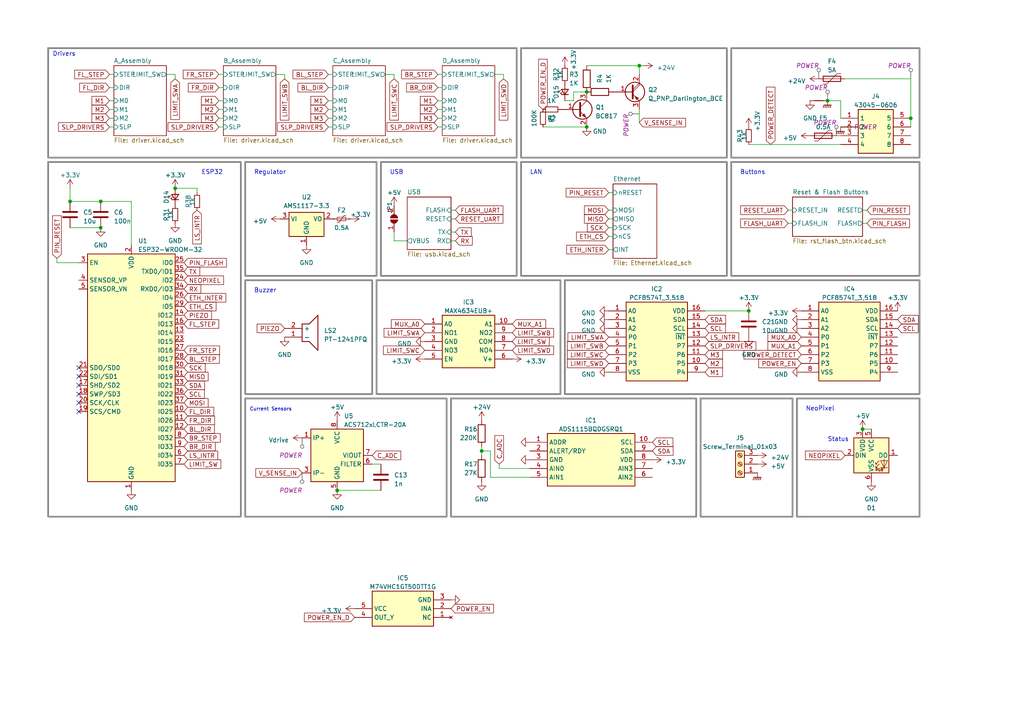
<source format=kicad_sch>
(kicad_sch (version 20230121) (generator eeschema)
  (paper "A4")
  (junction (at 97.79 142.24))
  (junction (at 50.8 54.61))
  (junction (at 170.18 36.83))
  (junction (at 29.21 58.42))
  (junction (at 250.19 124.46))
  (junction (at 264.16 34.29))
  (junction (at 217.17 90.17))
  (junction (at 139.7 130.81))
  (junction (at 185.42 19.05))
  (junction (at 240.03 29.21))
  (junction (at 20.32 58.42))
  (junction (at 29.21 66.04))
  (junction (at 170.18 26.67))
  (no_connect (at 22.86 106.68))
  (no_connect (at 22.86 116.84))
  (no_connect (at 22.86 114.3))
  (no_connect (at 22.86 119.38))
  (no_connect (at 22.86 109.22))
  (no_connect (at 22.86 111.76))
  (wire (pts (xy 31.75 31.75) (xy 33.02 31.75)))
  (wire (pts (xy 228.6 64.77) (xy 229.87 64.77)))
  (wire (pts (xy 20.32 58.42) (xy 29.21 58.42)))
  (wire (pts (xy 95.25 29.21) (xy 96.52 29.21)))
  (wire (pts (xy 63.5 25.4) (xy 64.77 25.4)))
  (wire (pts (xy 114.3 67.31) (xy 114.3 69.85)))
  (wire (pts (xy 38.1 58.42) (xy 38.1 71.12)))
  (wire (pts (xy 170.18 19.05) (xy 185.42 19.05)))
  (wire (pts (xy 63.5 31.75) (xy 64.77 31.75)))
  (wire (pts (xy 95.25 34.29) (xy 96.52 34.29)))
  (wire (pts (xy 82.55 21.59) (xy 80.01 21.59)))
  (wire (pts (xy 127 36.83) (xy 128.27 36.83)))
  (wire (pts (xy 107.95 134.62) (xy 110.49 134.62)))
  (wire (pts (xy 144.78 135.89) (xy 153.67 135.89)))
  (wire (pts (xy 245.11 22.86) (xy 264.16 22.86)))
  (wire (pts (xy 50.8 22.86) (xy 50.8 21.59)))
  (wire (pts (xy 50.8 21.59) (xy 48.26 21.59)))
  (wire (pts (xy 176.53 55.88) (xy 177.8 55.88)))
  (wire (pts (xy 153.67 138.43) (xy 142.24 138.43)))
  (wire (pts (xy 264.16 34.29) (xy 264.16 36.83)))
  (wire (pts (xy 228.6 60.96) (xy 229.87 60.96)))
  (wire (pts (xy 63.5 29.21) (xy 64.77 29.21)))
  (wire (pts (xy 243.84 29.21) (xy 243.84 34.29)))
  (wire (pts (xy 95.25 25.4) (xy 96.52 25.4)))
  (wire (pts (xy 163.83 29.21) (xy 166.37 29.21)))
  (wire (pts (xy 142.24 130.81) (xy 139.7 130.81)))
  (wire (pts (xy 144.78 134.62) (xy 144.78 135.89)))
  (wire (pts (xy 31.75 29.21) (xy 33.02 29.21)))
  (wire (pts (xy 127 25.4) (xy 128.27 25.4)))
  (wire (pts (xy 204.47 90.17) (xy 217.17 90.17)))
  (wire (pts (xy 63.5 34.29) (xy 64.77 34.29)))
  (wire (pts (xy 146.05 21.59) (xy 143.51 21.59)))
  (wire (pts (xy 185.42 31.75) (xy 185.42 35.56)))
  (wire (pts (xy 130.81 67.31) (xy 132.08 67.31)))
  (wire (pts (xy 127 29.21) (xy 128.27 29.21)))
  (wire (pts (xy 139.7 129.54) (xy 139.7 130.81)))
  (wire (pts (xy 176.53 63.5) (xy 177.8 63.5)))
  (wire (pts (xy 130.81 69.85) (xy 132.08 69.85)))
  (wire (pts (xy 57.15 55.88) (xy 57.15 54.61)))
  (wire (pts (xy 185.42 19.05) (xy 186.69 19.05)))
  (wire (pts (xy 114.3 22.86) (xy 114.3 21.59)))
  (wire (pts (xy 166.37 26.67) (xy 170.18 26.67)))
  (wire (pts (xy 185.42 19.05) (xy 185.42 21.59)))
  (wire (pts (xy 176.53 60.96) (xy 177.8 60.96)))
  (wire (pts (xy 20.32 54.61) (xy 20.32 58.42)))
  (wire (pts (xy 130.81 60.96) (xy 132.08 60.96)))
  (wire (pts (xy 114.3 21.59) (xy 111.76 21.59)))
  (wire (pts (xy 127 31.75) (xy 128.27 31.75)))
  (wire (pts (xy 16.51 74.93) (xy 16.51 76.2)))
  (wire (pts (xy 130.81 63.5) (xy 132.08 63.5)))
  (wire (pts (xy 31.75 25.4) (xy 33.02 25.4)))
  (wire (pts (xy 264.16 22.86) (xy 264.16 34.29)))
  (wire (pts (xy 176.53 68.58) (xy 177.8 68.58)))
  (wire (pts (xy 250.19 60.96) (xy 251.46 60.96)))
  (wire (pts (xy 217.17 41.91) (xy 243.84 41.91)))
  (wire (pts (xy 243.84 29.21) (xy 240.03 29.21)))
  (wire (pts (xy 114.3 69.85) (xy 118.11 69.85)))
  (wire (pts (xy 95.25 21.59) (xy 96.52 21.59)))
  (wire (pts (xy 127 21.59) (xy 128.27 21.59)))
  (wire (pts (xy 20.32 66.04) (xy 29.21 66.04)))
  (wire (pts (xy 57.15 54.61) (xy 50.8 54.61)))
  (wire (pts (xy 31.75 36.83) (xy 33.02 36.83)))
  (wire (pts (xy 127 34.29) (xy 128.27 34.29)))
  (wire (pts (xy 82.55 22.86) (xy 82.55 21.59)))
  (wire (pts (xy 31.75 34.29) (xy 33.02 34.29)))
  (wire (pts (xy 250.19 124.46) (xy 252.73 124.46)))
  (wire (pts (xy 176.53 66.04) (xy 177.8 66.04)))
  (wire (pts (xy 139.7 130.81) (xy 139.7 132.08)))
  (wire (pts (xy 250.19 64.77) (xy 251.46 64.77)))
  (wire (pts (xy 146.05 21.59) (xy 146.05 22.86)))
  (wire (pts (xy 242.57 39.37) (xy 243.84 39.37)))
  (wire (pts (xy 142.24 138.43) (xy 142.24 130.81)))
  (wire (pts (xy 176.53 72.39) (xy 177.8 72.39)))
  (wire (pts (xy 166.37 29.21) (xy 166.37 26.67)))
  (wire (pts (xy 95.25 36.83) (xy 96.52 36.83)))
  (wire (pts (xy 97.79 142.24) (xy 110.49 142.24)))
  (wire (pts (xy 63.5 36.83) (xy 64.77 36.83)))
  (wire (pts (xy 157.48 36.83) (xy 170.18 36.83)))
  (wire (pts (xy 16.51 76.2) (xy 22.86 76.2)))
  (wire (pts (xy 29.21 58.42) (xy 38.1 58.42)))
  (wire (pts (xy 31.75 21.59) (xy 33.02 21.59)))
  (wire (pts (xy 95.25 31.75) (xy 96.52 31.75)))
  (wire (pts (xy 63.5 21.59) (xy 64.77 21.59)))
  (rectangle (start 110.49 46.99) (end 149.86 80.01) (stroke (width 0.5) (color 132 132 132 1)))
  (rectangle (start 130.81 115.57) (end 201.93 149.86) (stroke (width 0.5) (color 132 132 132 1)))
  (rectangle (start 151.13 46.99) (end 210.82 80.01) (stroke (width 0.5) (color 132 132 132 1)))
  (rectangle (start 71.12 115.57) (end 129.54 149.86) (stroke (width 0.5) (color 132 132 132 1)))
  (rectangle (start 151.13 13.97) (end 210.82 45.72) (stroke (width 0.5) (color 132 132 132 1)))
  (rectangle (start 13.97 13.97) (end 149.86 45.72) (stroke (width 0.5) (color 132 132 132 1)))
  (rectangle (start 109.22 81.28) (end 162.56 114.3) (stroke (width 0.5) (color 132 132 132 1)))
  (rectangle (start 71.12 81.28) (end 107.95 114.3) (stroke (width 0.5) (color 132 132 132 1)))
  (rectangle (start 163.83 81.28) (end 266.7 114.3) (stroke (width 0.5) (color 132 132 132 1)))
  (rectangle (start 13.97 46.99) (end 69.85 149.86) (stroke (width 0.5) (color 132 132 132 1)))
  (rectangle (start 212.09 13.97) (end 266.7 45.72) (stroke (width 0.5) (color 132 132 132 1)))
  (rectangle (start 212.09 46.99) (end 266.7 80.01) (stroke (width 0.5) (color 132 132 132 1)))
  (rectangle (start 203.2 115.57) (end 229.87 149.86) (stroke (width 0.5) (color 132 132 132 1)))
  (rectangle (start 231.14 115.57) (end 266.7 149.86) (stroke (width 0.5) (color 132 132 132 1)))
  (rectangle (start 71.12 46.99) (end 109.22 80.01) (stroke (width 0.5) (color 132 132 132 1)))
  (text "NeoPixel" (at 233.68 119.38 0) (effects (font (size 1.27 1.27)) (justify left bottom)))
  (text "Drivers" (at 15.24 16.51 0) (effects (font (size 1.27 1.27)) (justify left bottom)))
  (text "Buttons" (at 214.63 50.8 0) (effects (font (size 1.27 1.27)) (justify left bottom)))
  (text "Current Sensors" (at 72.39 119.38 0) (effects (font (size 1 1)) (justify left bottom)))
  (text "ESP32" (at 58.42 50.8 0) (effects (font (size 1.27 1.27)) (justify left bottom)))
  (text "Buzzer" (at 73.66 85.09 0) (effects (font (size 1.27 1.27)) (justify left bottom)))
  (text "Regulator" (at 73.66 50.8 0) (effects (font (size 1.27 1.27)) (justify left bottom)))
  (text "Status" (at 240.03 128.27 0) (effects (font (size 1.27 1.27)) (justify left bottom)))
  (text "LAN" (at 153.67 50.8 0) (effects (font (size 1.27 1.27)) (justify left bottom)))
  (text "USB" (at 113.03 50.8 0) (effects (font (size 1.27 1.27)) (justify left bottom)))
  (global_label "M3" (shape input) (at 95.25 34.29 180) (property "Intersheetrefs" "${INTERSHEET_REFS}" (effects hide)))
  (global_label "SDA" (shape input) (at 189.23 130.81 0) (property "Intersheetrefs" "${INTERSHEET_REFS}" (effects hide)))
  (global_label "M1" (shape input) (at 63.5 29.21 180) (property "Intersheetrefs" "${INTERSHEET_REFS}" (effects hide)))
  (global_label "MISO" (shape input) (at 176.53 63.5 180) (property "Intersheetrefs" "${INTERSHEET_REFS}" (effects hide)))
  (global_label "PIN_RESET" (shape input) (at 251.46 60.96 0) (property "Intersheetrefs" "${INTERSHEET_REFS}" (effects hide)))
  (global_label "ETH_INTER" (shape input) (at 176.53 72.39 180) (property "Intersheetrefs" "${INTERSHEET_REFS}" (effects hide)))
  (global_label "POWER_EN" (shape input) (at 232.41 105.41 180) (property "Intersheetrefs" "${INTERSHEET_REFS}" (effects hide)))
  (global_label "LIMIT_SWA" (shape input) (at 50.8 22.86 270) (property "Intersheetrefs" "${INTERSHEET_REFS}" (effects hide)))
  (global_label "POWER_DETECT" (shape input) (at 223.52 41.91 90) (property "Intersheetrefs" "${INTERSHEET_REFS}" (effects hide)))
  (global_label "BL_DIR" (shape input) (at 95.25 25.4 180) (property "Intersheetrefs" "${INTERSHEET_REFS}" (effects hide)))
  (global_label "FL_DIR" (shape input) (at 53.34 119.38 0) (property "Intersheetrefs" "${INTERSHEET_REFS}" (effects hide)))
  (global_label "M2" (shape input) (at 31.75 31.75 180) (property "Intersheetrefs" "${INTERSHEET_REFS}" (effects hide)))
  (global_label "BL_STEP" (shape input) (at 53.34 104.14 0) (property "Intersheetrefs" "${INTERSHEET_REFS}" (effects hide)))
  (global_label "BL_STEP" (shape input) (at 95.25 21.59 180) (property "Intersheetrefs" "${INTERSHEET_REFS}" (effects hide)))
  (global_label "LIMIT_SWB" (shape input) (at 176.53 100.33 180) (property "Intersheetrefs" "${INTERSHEET_REFS}" (effects hide)))
  (global_label "M1" (shape input) (at 95.25 29.21 180) (property "Intersheetrefs" "${INTERSHEET_REFS}" (effects hide)))
  (global_label "SCL" (shape input) (at 204.47 95.25 0) (property "Intersheetrefs" "${INTERSHEET_REFS}" (effects hide)))
  (global_label "BR_DIR" (shape input) (at 127 25.4 180) (property "Intersheetrefs" "${INTERSHEET_REFS}" (effects hide)))
  (global_label "LS_INTR" (shape input) (at 204.47 97.79 0) (property "Intersheetrefs" "${INTERSHEET_REFS}" (effects hide)))
  (global_label "M2" (shape input) (at 63.5 31.75 180) (property "Intersheetrefs" "${INTERSHEET_REFS}" (effects hide)))
  (global_label "M3" (shape input) (at 127 34.29 180) (property "Intersheetrefs" "${INTERSHEET_REFS}" (effects hide)))
  (global_label "FR_DIR" (shape input) (at 63.5 25.4 180) (property "Intersheetrefs" "${INTERSHEET_REFS}" (effects hide)))
  (global_label "BL_DIR" (shape input) (at 53.34 124.46 0) (property "Intersheetrefs" "${INTERSHEET_REFS}" (effects hide)))
  (global_label "M3" (shape input) (at 63.5 34.29 180) (property "Intersheetrefs" "${INTERSHEET_REFS}" (effects hide)))
  (global_label "PIEZO" (shape input) (at 53.34 91.44 0) (property "Intersheetrefs" "${INTERSHEET_REFS}" (effects hide)))
  (global_label "SLP_DRIVERS" (shape input) (at 31.75 36.83 180) (property "Intersheetrefs" "${INTERSHEET_REFS}" (effects hide)))
  (global_label "LS_INTR" (shape input) (at 53.34 132.08 0) (property "Intersheetrefs" "${INTERSHEET_REFS}" (effects hide)))
  (global_label "RESET_UART" (shape input) (at 228.6 60.96 180) (property "Intersheetrefs" "${INTERSHEET_REFS}" (effects hide)))
  (global_label "ETH_INTER" (shape input) (at 53.34 86.36 0) (property "Intersheetrefs" "${INTERSHEET_REFS}" (effects hide)))
  (global_label "C_ADC" (shape input) (at 144.78 134.62 90) (property "Intersheetrefs" "${INTERSHEET_REFS}" (effects hide)))
  (global_label "MUX_A1" (shape input) (at 148.59 93.98 0) (property "Intersheetrefs" "${INTERSHEET_REFS}" (effects hide)))
  (global_label "PIN_RESET" (shape input) (at 176.53 55.88 180) (property "Intersheetrefs" "${INTERSHEET_REFS}" (effects hide)))
  (global_label "LIMIT_SWA" (shape input) (at 176.53 97.79 180) (property "Intersheetrefs" "${INTERSHEET_REFS}" (effects hide)))
  (global_label "BR_STEP" (shape input) (at 127 21.59 180) (property "Intersheetrefs" "${INTERSHEET_REFS}" (effects hide)))
  (global_label "POWER_EN" (shape input) (at 130.81 176.53 0) (property "Intersheetrefs" "${INTERSHEET_REFS}" (effects hide)))
  (global_label "PIN_FLASH" (shape input) (at 53.34 76.2 0) (property "Intersheetrefs" "${INTERSHEET_REFS}" (effects hide)))
  (global_label "LIMIT_SW" (shape input) (at 53.34 134.62 0) (property "Intersheetrefs" "${INTERSHEET_REFS}" (effects hide)))
  (global_label "C_ADC" (shape input) (at 107.95 132.08 0) (property "Intersheetrefs" "${INTERSHEET_REFS}" (effects hide)))
  (global_label "FR_DIR" (shape input) (at 53.34 121.92 0) (property "Intersheetrefs" "${INTERSHEET_REFS}" (effects hide)))
  (global_label "MUX_A1" (shape input) (at 232.41 100.33 180) (property "Intersheetrefs" "${INTERSHEET_REFS}" (effects hide)))
  (global_label "LIMIT_SWD" (shape input) (at 176.53 105.41 180) (property "Intersheetrefs" "${INTERSHEET_REFS}" (effects hide)))
  (global_label "SCK" (shape input) (at 176.53 66.04 180) (property "Intersheetrefs" "${INTERSHEET_REFS}" (effects hide)))
  (global_label "M3" (shape input) (at 204.47 102.87 0) (property "Intersheetrefs" "${INTERSHEET_REFS}" (effects hide)))
  (global_label "BR_DIR" (shape input) (at 53.34 129.54 0) (property "Intersheetrefs" "${INTERSHEET_REFS}" (effects hide)))
  (global_label "FR_STEP" (shape input) (at 63.5 21.59 180) (property "Intersheetrefs" "${INTERSHEET_REFS}" (effects hide)))
  (global_label "LIMIT_SWB" (shape input) (at 82.55 22.86 270) (property "Intersheetrefs" "${INTERSHEET_REFS}" (effects hide)))
  (global_label "FLASH_UART" (shape input) (at 228.6 64.77 180) (property "Intersheetrefs" "${INTERSHEET_REFS}" (effects hide)))
  (global_label "RX" (shape input) (at 53.34 83.82 0) (property "Intersheetrefs" "${INTERSHEET_REFS}" (effects hide)))
  (global_label "SDA" (shape input) (at 53.34 111.76 0) (property "Intersheetrefs" "${INTERSHEET_REFS}" (effects hide)))
  (global_label "FL_STEP" (shape input) (at 31.75 21.59 180) (property "Intersheetrefs" "${INTERSHEET_REFS}" (effects hide)))
  (global_label "RX" (shape input) (at 132.08 69.85 0) (property "Intersheetrefs" "${INTERSHEET_REFS}" (effects hide)))
  (global_label "ETH_CS" (shape input) (at 176.53 68.58 180) (property "Intersheetrefs" "${INTERSHEET_REFS}" (effects hide)))
  (global_label "M1" (shape input) (at 127 29.21 180) (property "Intersheetrefs" "${INTERSHEET_REFS}" (effects hide)))
  (global_label "FL_STEP" (shape input) (at 53.34 93.98 0) (property "Intersheetrefs" "${INTERSHEET_REFS}" (effects hide)))
  (global_label "MISO" (shape input) (at 53.34 109.22 0) (property "Intersheetrefs" "${INTERSHEET_REFS}" (effects hide)))
  (global_label "BR_STEP" (shape input) (at 53.34 127 0) (property "Intersheetrefs" "${INTERSHEET_REFS}" (effects hide)))
  (global_label "TX" (shape input) (at 53.34 78.74 0) (property "Intersheetrefs" "${INTERSHEET_REFS}" (effects hide)))
  (global_label "FL_DIR" (shape input) (at 31.75 25.4 180) (property "Intersheetrefs" "${INTERSHEET_REFS}" (effects hide)))
  (global_label "FR_STEP" (shape input) (at 53.34 101.6 0) (property "Intersheetrefs" "${INTERSHEET_REFS}" (effects hide)))
  (global_label "LIMIT_SWD" (shape input) (at 148.59 101.6 0) (property "Intersheetrefs" "${INTERSHEET_REFS}" (effects hide)))
  (global_label "LIMIT_SWA" (shape input) (at 123.19 96.52 180) (property "Intersheetrefs" "${INTERSHEET_REFS}" (effects hide)))
  (global_label "LIMIT_SW" (shape input) (at 148.59 99.06 0) (property "Intersheetrefs" "${INTERSHEET_REFS}" (effects hide)))
  (global_label "NEOPIXEL" (shape input) (at 245.11 132.08 180) (property "Intersheetrefs" "${INTERSHEET_REFS}" (effects hide)))
  (global_label "MOSI" (shape input) (at 53.34 116.84 0) (property "Intersheetrefs" "${INTERSHEET_REFS}" (effects hide)))
  (global_label "PIEZO" (shape input) (at 82.55 95.25 180) (property "Intersheetrefs" "${INTERSHEET_REFS}" (effects hide)))
  (global_label "PIN_RESET" (shape input) (at 16.51 74.93 90) (property "Intersheetrefs" "${INTERSHEET_REFS}" (effects hide)))
  (global_label "SCL" (shape input) (at 260.35 95.25 0) (property "Intersheetrefs" "${INTERSHEET_REFS}" (effects hide)))
  (global_label "LIMIT_SWC" (shape input) (at 176.53 102.87 180) (property "Intersheetrefs" "${INTERSHEET_REFS}" (effects hide)))
  (global_label "NEOPIXEL" (shape input) (at 53.34 81.28 0) (property "Intersheetrefs" "${INTERSHEET_REFS}" (effects hide)))
  (global_label "POWER_EN_D" (shape input) (at 157.48 31.75 90) (property "Intersheetrefs" "${INTERSHEET_REFS}" (effects hide)))
  (global_label "SLP_DRIVERS" (shape input) (at 204.47 100.33 0) (property "Intersheetrefs" "${INTERSHEET_REFS}" (effects hide)))
  (global_label "LIMIT_SWD" (shape input) (at 146.05 22.86 270) (property "Intersheetrefs" "${INTERSHEET_REFS}" (effects hide)))
  (global_label "M1" (shape input) (at 204.47 107.95 0) (property "Intersheetrefs" "${INTERSHEET_REFS}" (effects hide)))
  (global_label "SLP_DRIVERS" (shape input) (at 95.25 36.83 180) (property "Intersheetrefs" "${INTERSHEET_REFS}" (effects hide)))
  (global_label "FLASH_UART" (shape input) (at 132.08 60.96 0) (property "Intersheetrefs" "${INTERSHEET_REFS}" (effects hide)))
  (global_label "LIMIT_SWB" (shape input) (at 148.59 96.52 0) (property "Intersheetrefs" "${INTERSHEET_REFS}" (effects hide)))
  (global_label "RESET_UART" (shape input) (at 132.08 63.5 0) (property "Intersheetrefs" "${INTERSHEET_REFS}" (effects hide)))
  (global_label "V_SENSE_IN" (shape input) (at 87.63 137.16 180) (property "Intersheetrefs" "${INTERSHEET_REFS}" (effects hide)))
  (global_label "V_SENSE_IN" (shape input) (at 185.42 35.56 0) (property "Intersheetrefs" "${INTERSHEET_REFS}" (effects hide)))
  (global_label "SCL" (shape input) (at 53.34 114.3 0) (property "Intersheetrefs" "${INTERSHEET_REFS}" (effects hide)))
  (global_label "LIMIT_SWC" (shape input) (at 114.3 22.86 270) (property "Intersheetrefs" "${INTERSHEET_REFS}" (effects hide)))
  (global_label "MUX_A0" (shape input) (at 232.41 97.79 180) (property "Intersheetrefs" "${INTERSHEET_REFS}" (effects hide)))
  (global_label "M2" (shape input) (at 204.47 105.41 0) (property "Intersheetrefs" "${INTERSHEET_REFS}" (effects hide)))
  (global_label "M2" (shape input) (at 127 31.75 180) (property "Intersheetrefs" "${INTERSHEET_REFS}" (effects hide)))
  (global_label "PIN_FLASH" (shape input) (at 251.46 64.77 0) (property "Intersheetrefs" "${INTERSHEET_REFS}" (effects hide)))
  (global_label "MUX_A0" (shape input) (at 123.19 93.98 180) (property "Intersheetrefs" "${INTERSHEET_REFS}" (effects hide)))
  (global_label "SLP_DRIVERS" (shape input) (at 127 36.83 180) (property "Intersheetrefs" "${INTERSHEET_REFS}" (effects hide)))
  (global_label "LIMIT_SWC" (shape input) (at 123.19 101.6 180) (property "Intersheetrefs" "${INTERSHEET_REFS}" (effects hide)))
  (global_label "LS_INTR" (shape input) (at 57.15 60.96 270) (property "Intersheetrefs" "${INTERSHEET_REFS}" (effects hide)))
  (global_label "POWER_DETECT" (shape input) (at 232.41 102.87 180) (property "Intersheetrefs" "${INTERSHEET_REFS}" (effects hide)))
  (global_label "M1" (shape input) (at 31.75 29.21 180) (property "Intersheetrefs" "${INTERSHEET_REFS}" (effects hide)))
  (global_label "SDA" (shape input) (at 204.47 92.71 0) (property "Intersheetrefs" "${INTERSHEET_REFS}" (effects hide)))
  (global_label "POWER_EN_D" (shape input) (at 102.87 179.07 180) (property "Intersheetrefs" "${INTERSHEET_REFS}" (effects hide)))
  (global_label "M2" (shape input) (at 95.25 31.75 180) (property "Intersheetrefs" "${INTERSHEET_REFS}" (effects hide)))
  (global_label "SLP_DRIVERS" (shape input) (at 63.5 36.83 180) (property "Intersheetrefs" "${INTERSHEET_REFS}" (effects hide)))
  (global_label "SDA" (shape input) (at 260.35 92.71 0) (property "Intersheetrefs" "${INTERSHEET_REFS}" (effects hide)))
  (global_label "TX" (shape input) (at 132.08 67.31 0) (property "Intersheetrefs" "${INTERSHEET_REFS}" (effects hide)))
  (global_label "SCK" (shape input) (at 53.34 106.68 0) (property "Intersheetrefs" "${INTERSHEET_REFS}" (effects hide)))
  (global_label "M3" (shape input) (at 31.75 34.29 180) (property "Intersheetrefs" "${INTERSHEET_REFS}" (effects hide)))
  (global_label "SCL" (shape input) (at 189.23 128.27 0) (property "Intersheetrefs" "${INTERSHEET_REFS}" (effects hide)))
  (global_label "MOSI" (shape input) (at 176.53 60.96 180) (property "Intersheetrefs" "${INTERSHEET_REFS}" (effects hide)))
  (global_label "ETH_CS" (shape input) (at 53.34 88.9 0) (property "Intersheetrefs" "${INTERSHEET_REFS}" (effects hide)))
  (netclass_flag "" (length 2.54) (shape round) (at 242.57 39.37 0) (property "Netclass" "POWER" (at 242.57 35.56 0) (effects (font italic) (justify right))))
  (netclass_flag "" (length 2.54) (shape round) (at 87.63 127 180) (property "Netclass" "POWER" (at 87.63 132.08 0) (effects (font italic) (justify right))))
  (netclass_flag "" (length 2.54) (shape round) (at 87.63 137.16 180) (property "Netclass" "POWER" (at 87.63 142.24 0) (effects (font italic) (justify right))))
  (netclass_flag "" (length 2.54) (shape round) (at 243.84 36.83 270) (property "Netclass" "POWER" (at 247.65 36.83 0) (effects (font italic) (justify left))))
  (netclass_flag "" (length 2.54) (shape round) (at 185.42 33.02 90) (property "Netclass" "POWER" (at 181.61 33.02 90) (effects (font italic) (justify right))))
  (netclass_flag "" (length 2.54) (shape round) (at 240.03 29.21 0) (property "Netclass" "POWER" (at 240.03 25.4 0) (effects (font italic) (justify right))))
  (netclass_flag "" (length 2.54) (shape round) (at 237.49 22.86 0) (property "Netclass" "POWER" (at 237.49 19.05 0) (effects (font italic) (justify right))))
  (netclass_flag "" (length 2.54) (shape round) (at 264.16 22.86 0) (property "Netclass" "POWER" (at 264.16 19.05 0) (effects (font italic) (justify right))))
  (symbol (lib_id "power:+3.3V") (at 232.41 90.17 90) (unit 1)
    (property "Reference" "#PWR0126" (effects hide))
    (property "Value" "+3.3V" (at 228.6 90.805 90) (effects (justify left)))
  )
  (symbol (lib_id "Jumper:SolderJumper_2_Open") (at 114.3 63.5 90) (unit 1)
    (property "Reference" "JP1" (at 113.03 58.42 0) (effects (justify right)))
    (property "Value" "SolderJumper_2_Open" (effects hide))
    (property "Footprint" "Jumper:SolderJumper-2_P1.3mm_Open_Pad1.0x1.5mm" (effects hide))
  )
  (symbol (lib_id "power:+24V") (at 186.69 19.05 270) (unit 1)
    (property "Reference" "#PWR026" (effects hide))
    (property "Value" "+24V" (at 190.5 19.685 90) (effects (justify left)))
  )
  (symbol (lib_id "power:+3.3V") (at 123.19 104.14 90) (unit 1)
    (property "Reference" "#PWR0125" (effects hide))
    (property "Value" "+3.3V" (at 119.38 104.775 90) (effects (justify left)))
  )
  (symbol (lib_id "Device:C") (at 20.32 62.23 0) (unit 1)
    (property "Reference" "C5" (at 24.13 61.595 0) (effects (justify left)))
    (property "Value" "10u" (at 24.13 64.135 0) (effects (justify left)))
    (property "Footprint" "Capacitor_SMD:C_0805_2012Metric_Pad1.18x1.45mm_HandSolder" (effects hide))
  )
  (symbol (lib_id "power:+3.3V") (at 101.6 63.5 270) (unit 1)
    (property "Reference" "#PWR032" (effects hide))
    (property "Value" "+3.3V" (at 101.6 62.23 90) (effects (justify left)))
  )
  (symbol (lib_id "power:GND") (at 82.55 97.79 0) (unit 1)
    (property "Reference" "#PWR067" (effects hide))
    (property "Value" "GND" (at 82.55 102.87 0))
  )
  (symbol (lib_id "SamacSys_Parts:PT-1241PFQ") (at 82.55 95.25 0) (unit 1)
    (property "Reference" "LS2" (at 93.98 95.885 0) (effects (justify left)))
    (property "Value" "PT-1241PFQ" (at 93.98 98.425 0) (effects (justify left)))
    (property "Footprint" "SamacSys_Parts:PT1241PFQ" (effects hide))
    (property "Datasheet" "https://componentsearchengine.com/Datasheets/1/PT-1241PFQ.pdf" (effects hide))
    (property "Height" "6.2" (effects hide))
    (property "Mouser Part Number" "539-PT-1241PFQ" (effects hide))
    (property "Mouser Price/Stock" "https://www.mouser.co.uk/ProductDetail/Mallory-Sonalert/PT-1241PFQ?qs=SXHtpsd1MbZK3moZP%252BuqlA%3D%3D" (effects hide))
    (property "Manufacturer_Name" "Mallory Sonalert" (effects hide))
    (property "Manufacturer_Part_Number" "PT-1241PFQ" (effects hide))
  )
  (symbol (lib_id "power:GNDPWR") (at 240.03 29.21 0) (unit 1)
    (property "Reference" "#PWR029" (effects hide))
    (property "Value" "GNDPWR" (effects hide))
  )
  (symbol (lib_id "power:GND") (at 123.19 99.06 270) (unit 1)
    (property "Reference" "#PWR0123" (effects hide))
    (property "Value" "GND" (at 119.38 99.695 90) (effects (justify right)))
  )
  (symbol (lib_id "Device:C") (at 110.49 138.43 0) (unit 1)
    (property "Reference" "C13" (at 114.3 137.795 0) (effects (justify left)))
    (property "Value" "1n" (at 114.3 140.335 0) (effects (justify left)))
    (property "Footprint" "Capacitor_SMD:C_0805_2012Metric_Pad1.18x1.45mm_HandSolder" (effects hide))
  )
  (symbol (lib_id "SamacSys_Parts:ADS1115BQDGSRQ1") (at 153.67 128.27 0) (unit 1)
    (property "Reference" "IC1" (at 171.45 121.92 0))
    (property "Value" "ADS1115BQDGSRQ1" (at 171.45 124.46 0))
    (property "Footprint" "SamacSys_Parts:SOP50P490X110-10N" (effects hide))
    (property "Datasheet" "http://www.ti.com/lit/gpn/ads1115-q1" (effects hide))
    (property "Height" "1.1" (effects hide))
    (property "Mouser Part Number" "595-ADS1115BQDGSRQ1" (effects hide))
    (property "Mouser Price/Stock" "https://www.mouser.co.uk/ProductDetail/Texas-Instruments/ADS1115BQDGSRQ1?qs=34RfhUjJmKdvyLrkbnfjHA%3D%3D" (effects hide))
    (property "Manufacturer_Name" "Texas Instruments" (effects hide))
    (property "Manufacturer_Part_Number" "ADS1115BQDGSRQ1" (effects hide))
  )
  (symbol (lib_id "power:+3.3V") (at 163.83 19.05 0) (unit 1)
    (property "Reference" "#PWR0100" (effects hide))
    (property "Value" "+3.3V" (at 166.37 20.32 90) (effects (justify left)))
  )
  (symbol (lib_id "power:GND") (at 38.1 142.24 0) (unit 1)
    (property "Reference" "#PWR023" (effects hide))
    (property "Value" "GND" (at 38.1 147.32 0))
  )
  (symbol (lib_id "Device:R") (at 170.18 22.86 0) (unit 1)
    (property "Reference" "R3" (at 165.1 21.59 0) (effects (justify left)))
    (property "Value" "1K" (at 165.1 24.13 0) (effects (justify left)))
    (property "Footprint" "Resistor_SMD:R_0805_2012Metric_Pad1.20x1.40mm_HandSolder" (effects hide))
  )
  (symbol (lib_id "power:GND") (at 234.95 29.21 0) (unit 1)
    (property "Reference" "#PWR027" (effects hide))
    (property "Value" "GND" (at 234.95 34.29 0))
  )
  (symbol (lib_id "Device:R_Small") (at 160.02 31.75 90) (unit 1)
    (property "Reference" "R2" (at 160.02 34.29 90))
    (property "Value" "1K" (at 160.02 29.21 90))
    (property "Footprint" "Resistor_SMD:R_0805_2012Metric_Pad1.20x1.40mm_HandSolder" (effects hide))
  )
  (symbol (lib_id "power:GND") (at 50.8 64.77 0) (unit 1)
    (property "Reference" "#PWR099" (effects hide))
    (property "Value" "GND" (at 50.8 69.85 0))
  )
  (symbol (lib_id "Device:R_Small") (at 57.15 58.42 0) (unit 1)
    (property "Reference" "R38" (at 54.61 58.42 90))
    (property "Value" "1K" (at 55.88 58.42 90))
    (property "Footprint" "Resistor_SMD:R_0805_2012Metric_Pad1.20x1.40mm_HandSolder" (effects hide))
  )
  (symbol (lib_id "SamacSys_Parts:M74VHC1GT50DTT1G") (at 130.81 179.07 180) (unit 1)
    (property "Reference" "IC5" (at 116.84 167.64 0))
    (property "Value" "M74VHC1GT50DTT1G" (at 116.84 170.18 0))
    (property "Footprint" "SamacSys_Parts:SOT95P275X110-5N" (effects hide))
    (property "Datasheet" "https://datasheet.datasheetarchive.com/originals/distributors/Datasheets-23/DSA-450160.pdf" (effects hide))
    (property "Height" "1.1" (effects hide))
    (property "Mouser Part Number" "863-M74VHC1GT50DTT1G" (effects hide))
    (property "Mouser Price/Stock" "https://www.mouser.co.uk/ProductDetail/onsemi/M74VHC1GT50DTT1G?qs=3JMERSakeboVvTHAEtAJPA%3D%3D" (effects hide))
    (property "Manufacturer_Name" "onsemi" (effects hide))
    (property "Manufacturer_Part_Number" "M74VHC1GT50DTT1G" (effects hide))
  )
  (symbol (lib_id "power:GND") (at 176.53 90.17 270) (unit 1)
    (property "Reference" "#PWR093" (effects hide))
    (property "Value" "GND" (at 172.72 90.805 90) (effects (justify right)))
  )
  (symbol (lib_id "power:GND") (at 176.53 92.71 270) (unit 1)
    (property "Reference" "#PWR092" (effects hide))
    (property "Value" "GND" (at 172.72 93.345 90) (effects (justify right)))
  )
  (symbol (lib_id "Device:Polyfuse") (at 238.76 39.37 90) (unit 1)
    (property "Reference" "F5" (at 238.76 34.29 90))
    (property "Value" "0.5A" (at 238.76 36.83 90))
    (property "Footprint" "Fuse:Fuse_2512_6332Metric_Pad1.52x3.35mm_HandSolder" (effects hide))
  )
  (symbol (lib_id "power:GND") (at 88.9 71.12 0) (unit 1)
    (property "Reference" "#PWR031" (effects hide))
    (property "Value" "GND" (at 88.9 76.2 0))
  )
  (symbol (lib_id "power:GND") (at 217.17 97.79 0) (unit 1)
    (property "Reference" "#PWR090" (effects hide))
    (property "Value" "GND" (at 217.17 102.87 0))
  )
  (symbol (lib_id "power:+3.3V") (at 217.17 90.17 0) (unit 1)
    (property "Reference" "#PWR066" (effects hide))
    (property "Value" "+3.3V" (at 217.17 86.36 0))
  )
  (symbol (lib_id "Device:LED_Small") (at 163.83 26.67 90) (unit 1)
    (property "Reference" "D15" (at 161.29 26.67 0))
    (property "Value" "LED_Small" (effects hide))
    (property "Footprint" "LED_SMD:LED_0805_2012Metric_Pad1.15x1.40mm_HandSolder" (effects hide))
  )
  (symbol (lib_id "Connector:Screw_Terminal_01x03") (at 214.63 134.62 180) (unit 1)
    (property "Reference" "J5" (at 214.63 127 0))
    (property "Value" "Screw_Terminal_01x03" (at 214.63 129.54 0))
    (property "Footprint" "TerminalBlock:TerminalBlock_bornier-3_P5.08mm" (effects hide))
  )
  (symbol (lib_id "power:GND") (at 29.21 66.04 0) (unit 1)
    (property "Reference" "#PWR022" (effects hide))
    (property "Value" "GND" (at 29.21 71.12 0))
  )
  (symbol (lib_id "power:GND") (at 153.67 133.35 270) (unit 1)
    (property "Reference" "#PWR080" (effects hide))
    (property "Value" "GND" (effects hide))
  )
  (symbol (lib_id "Device:LED_Small") (at 50.8 57.15 90) (unit 1)
    (property "Reference" "D14" (at 48.26 57.15 0))
    (property "Value" "LED_Small" (effects hide))
    (property "Footprint" "LED_SMD:LED_0805_2012Metric_Pad1.15x1.40mm_HandSolder" (effects hide))
  )
  (symbol (lib_id "Device:R_Small") (at 217.17 39.37 0) (unit 1)
    (property "Reference" "R43" (at 214.63 39.37 90))
    (property "Value" "1K" (at 215.9 39.37 90))
    (property "Footprint" "Resistor_SMD:R_0805_2012Metric_Pad1.20x1.40mm_HandSolder" (effects hide))
  )
  (symbol (lib_id "Transistor_BJT:BC817") (at 167.64 31.75 0) (unit 1)
    (property "Reference" "Q1" (at 172.72 31.115 0) (effects (justify left)))
    (property "Value" "BC817" (at 172.72 33.655 0) (effects (justify left)))
    (property "Footprint" "Package_TO_SOT_SMD:SOT-23" (effects hide))
    (property "Datasheet" "https://www.onsemi.com/pub/Collateral/BC818-D.pdf" (effects hide))
  )
  (symbol (lib_id "power:GNDPWR") (at 243.84 36.83 0) (unit 1)
    (property "Reference" "#PWR028" (effects hide))
    (property "Value" "GNDPWR" (effects hide))
  )
  (symbol (lib_id "power:+5V") (at 114.3 59.69 0) (unit 1)
    (property "Reference" "#PWR0133" (effects hide))
    (property "Value" "+5V" (at 114.3 55.88 0))
  )
  (symbol (lib_id "Device:C") (at 29.21 62.23 0) (unit 1)
    (property "Reference" "C6" (at 33.02 61.595 0) (effects (justify left)))
    (property "Value" "100n" (at 33.02 64.135 0) (effects (justify left)))
    (property "Footprint" "Capacitor_SMD:C_0805_2012Metric_Pad1.18x1.45mm_HandSolder" (effects hide))
  )
  (symbol (lib_id "power:+24V") (at 237.49 22.86 90) (unit 1)
    (property "Reference" "#PWR033" (effects hide))
    (property "Value" "+24V" (at 233.68 23.495 90) (effects (justify left)))
  )
  (symbol (lib_id "power:+5V") (at 234.95 39.37 90) (unit 1)
    (property "Reference" "#PWR034" (effects hide))
    (property "Value" "+5V" (at 231.14 40.005 90) (effects (justify left)))
  )
  (symbol (lib_id "power:+3.3V") (at 20.32 54.61 0) (unit 1)
    (property "Reference" "#PWR021" (effects hide))
    (property "Value" "+3.3V" (at 20.32 50.8 0))
  )
  (symbol (lib_id "power:GND") (at 252.73 139.7 0) (unit 1)
    (property "Reference" "#PWR037" (effects hide))
    (property "Value" "GND" (at 252.73 144.78 0))
  )
  (symbol (lib_id "SamacSys_Parts:PCF8574T_3,518") (at 232.41 90.17 0) (unit 1)
    (property "Reference" "IC4" (at 246.38 83.82 0))
    (property "Value" "PCF8574T_3,518" (at 246.38 86.36 0))
    (property "Footprint" "SamacSys_Parts:SOIC127P1032X265-16N" (effects hide))
    (property "Datasheet" "http://www.nxp.com/docs/en/data-sheet/PCF8574_PCF8574A.pdf" (effects hide))
    (property "Height" "2.65" (effects hide))
    (property "Mouser Part Number" "771-PCF8574TD-T" (effects hide))
    (property "Mouser Price/Stock" "https://www.mouser.co.uk/ProductDetail/NXP-Semiconductors/PCF8574T-3518?qs=LOCUfHb8d9srwcgHHpXqQw%3D%3D" (effects hide))
    (property "Manufacturer_Name" "NXP" (effects hide))
    (property "Manufacturer_Part_Number" "PCF8574T/3,518" (effects hide))
  )
  (symbol (lib_id "power:Vdrive") (at 87.63 127 90) (unit 1)
    (property "Reference" "#PWR025" (effects hide))
    (property "Value" "Vdrive" (at 83.82 127.635 90) (effects (justify left)))
  )
  (symbol (lib_id "Sensor_Current:ACS712xLCTR-20A") (at 97.79 132.08 0) (unit 1)
    (property "Reference" "U5" (at 99.7459 120.65 0) (effects (justify left)))
    (property "Value" "ACS712xLCTR-20A" (at 99.7459 123.19 0) (effects (justify left)))
    (property "Footprint" "Package_SO:SOIC-8_3.9x4.9mm_P1.27mm" (effects hide))
    (property "Datasheet" "http://www.allegromicro.com/~/media/Files/Datasheets/ACS712-Datasheet.ashx?la=en" (effects hide))
  )
  (symbol (lib_id "Regulator_Linear:AMS1117-3.3") (at 88.9 63.5 0) (unit 1)
    (property "Reference" "U2" (at 88.9 57.15 0))
    (property "Value" "AMS1117-3.3" (at 88.9 59.69 0))
    (property "Footprint" "Package_TO_SOT_SMD:SOT-223-3_TabPin2" (effects hide))
    (property "Datasheet" "http://www.advanced-monolithic.com/pdf/ds1117.pdf" (effects hide))
  )
  (symbol (lib_id "power:+5V") (at 219.71 134.62 270) (unit 1)
    (property "Reference" "#PWR085" (effects hide))
    (property "Value" "+5V" (at 223.52 135.255 90) (effects (justify left)))
  )
  (symbol (lib_id "power:GND") (at 176.53 107.95 270) (unit 1)
    (property "Reference" "#PWR065" (effects hide))
    (property "Value" "GND" (at 172.72 108.585 90) (effects (justify right)))
  )
  (symbol (lib_id "Device:R_Small") (at 157.48 34.29 180) (unit 1)
    (property "Reference" "R1" (at 160.02 34.29 90))
    (property "Value" "100K" (at 154.94 34.29 90))
    (property "Footprint" "Resistor_SMD:R_0805_2012Metric_Pad1.20x1.40mm_HandSolder" (effects hide))
  )
  (symbol (lib_id "power:GND") (at 176.53 95.25 270) (unit 1)
    (property "Reference" "#PWR091" (effects hide))
    (property "Value" "GND" (at 172.72 95.885 90) (effects (justify right)))
  )
  (symbol (lib_id "Device:Q_PNP_Darlington_BCE") (at 182.88 26.67 0) (unit 1)
    (property "Reference" "Q2" (at 187.96 26.035 0) (effects (justify left)))
    (property "Value" "Q_PNP_Darlington_BCE" (at 187.96 28.575 0) (effects (justify left)))
    (property "Footprint" "Package_TO_SOT_SMD:TO-252-2" (effects hide))
  )
  (symbol (lib_id "power:+24V") (at 139.7 121.92 0) (unit 1)
    (property "Reference" "#PWR089" (effects hide))
    (property "Value" "+24V" (at 139.7 118.11 0))
  )
  (symbol (lib_id "SamacSys_Parts:PCF8574T_3,518") (at 176.53 90.17 0) (unit 1)
    (property "Reference" "IC2" (at 190.5 83.82 0))
    (property "Value" "PCF8574T_3,518" (at 190.5 86.36 0))
    (property "Footprint" "SamacSys_Parts:SOIC127P1032X265-16N" (effects hide))
    (property "Datasheet" "http://www.nxp.com/docs/en/data-sheet/PCF8574_PCF8574A.pdf" (effects hide))
    (property "Height" "2.65" (effects hide))
    (property "Mouser Part Number" "771-PCF8574TD-T" (effects hide))
    (property "Mouser Price/Stock" "https://www.mouser.co.uk/ProductDetail/NXP-Semiconductors/PCF8574T-3518?qs=LOCUfHb8d9srwcgHHpXqQw%3D%3D" (effects hide))
    (property "Manufacturer_Name" "NXP" (effects hide))
    (property "Manufacturer_Part_Number" "PCF8574T/3,518" (effects hide))
  )
  (symbol (lib_id "power:+5V") (at 81.28 63.5 90) (unit 1)
    (property "Reference" "#PWR030" (effects hide))
    (property "Value" "+5V" (at 77.47 64.135 90) (effects (justify left)))
  )
  (symbol (lib_id "power:GND") (at 232.41 95.25 270) (unit 1)
    (property "Reference" "#PWR0128" (effects hide))
    (property "Value" "GND" (at 228.6 95.885 90) (effects (justify right)))
  )
  (symbol (lib_id "power:GND") (at 170.18 36.83 0) (unit 1)
    (property "Reference" "#PWR024" (effects hide))
    (property "Value" "GND" (at 173.99 38.1 0))
  )
  (symbol (lib_id "power:+24V") (at 219.71 132.08 270) (unit 1)
    (property "Reference" "#PWR086" (effects hide))
    (property "Value" "+24V" (at 223.52 132.715 90) (effects (justify left)))
  )
  (symbol (lib_id "SamacSys_Parts:MAX4634EUB+") (at 123.19 93.98 0) (unit 1)
    (property "Reference" "IC3" (at 135.89 87.63 0))
    (property "Value" "MAX4634EUB+" (at 135.89 90.17 0))
    (property "Footprint" "SOP50P490X110-10N" (effects hide))
    (property "Datasheet" "https://datasheet.datasheetarchive.com/originals/distributors/SFDatasheet-4/sf-00086518.pdf" (effects hide))
    (property "Height" "1.1" (effects hide))
    (property "Mouser Part Number" "700-MAX4634EUB" (effects hide))
    (property "Mouser Price/Stock" "https://www.mouser.co.uk/ProductDetail/Maxim-Integrated/MAX4634EUB%2b?qs=1THa7WoU59GL0BddHgvfzA%3D%3D" (effects hide))
    (property "Manufacturer_Name" "Analog Devices" (effects hide))
    (property "Manufacturer_Part_Number" "MAX4634EUB+" (effects hide))
  )
  (symbol (lib_id "Device:NetTie_2") (at 237.49 29.21 0) (unit 1) (in_bom no)
    (property "Reference" "NT1" (effects hide))
    (property "Value" "NetTie_2" (effects hide))
    (property "Footprint" "NetTie:NetTie-2_THT_Pad0.3mm" (effects hide))
  )
  (symbol (lib_id "Device:R_Small") (at 163.83 21.59 0) (unit 1)
    (property "Reference" "R32" (at 161.29 21.59 90))
    (property "Value" "1K" (at 162.56 21.59 90))
    (property "Footprint" "Resistor_SMD:R_0805_2012Metric_Pad1.20x1.40mm_HandSolder" (effects hide))
  )
  (symbol (lib_id "power:GND") (at 97.79 142.24 0) (unit 1)
    (property "Reference" "#PWR079" (effects hide))
    (property "Value" "GND" (at 97.79 147.32 0))
  )
  (symbol (lib_id "Device:R") (at 173.99 26.67 90) (unit 1)
    (property "Reference" "R4" (at 173.99 24.13 0) (effects (justify left)))
    (property "Value" "1K" (at 176.53 24.13 0) (effects (justify left)))
    (property "Footprint" "Resistor_SMD:R_0805_2012Metric_Pad1.20x1.40mm_HandSolder" (effects hide))
  )
  (symbol (lib_id "Device:Polyfuse_Small") (at 99.06 63.5 90) (unit 1)
    (property "Reference" "F2" (at 99.06 60.96 90))
    (property "Value" "0.5A" (at 99.06 66.04 90))
    (property "Footprint" "Fuse:Fuse_2512_6332Metric_Pad1.52x3.35mm_HandSolder" (effects hide))
  )
  (symbol (lib_id "power:GNDPWR") (at 219.71 137.16 0) (unit 1)
    (property "Reference" "#PWR087" (effects hide))
    (property "Value" "GNDPWR" (effects hide))
  )
  (symbol (lib_id "RF_Module:ESP32-WROOM-32") (at 38.1 106.68 0) (unit 1)
    (property "Reference" "U1" (at 40.0559 69.85 0) (effects (justify left)))
    (property "Value" "ESP32-WROOM-32" (at 40.0559 72.39 0) (effects (justify left)))
    (property "Footprint" "RF_Module:ESP32-WROOM-32" (effects hide))
    (property "Datasheet" "https://www.espressif.com/sites/default/files/documentation/esp32-wroom-32_datasheet_en.pdf" (effects hide))
  )
  (symbol (lib_id "power:+3.3V") (at 148.59 104.14 270) (unit 1)
    (property "Reference" "#PWR0124" (effects hide))
    (property "Value" "+3.3V" (at 152.4 104.775 90) (effects (justify left)))
  )
  (symbol (lib_id "LED:Inolux_IN-PI556FCH") (at 252.73 132.08 0) (unit 1)
    (property "Reference" "D1" (at 252.73 147.32 0))
    (property "Value" "Inolux_IN-PI556FCH" (effects hide))
    (property "Footprint" "LED_SMD:LED_WS2812_PLCC6_5.0x5.0mm_P1.6mm" (effects hide))
    (property "Datasheet" "http://www.inolux-corp.com/datasheet/SMDLED/Addressable%20LED/IN-PI556FCH.pdf" (effects hide))
  )
  (symbol (lib_id "Device:Polyfuse") (at 241.3 22.86 90) (unit 1)
    (property "Reference" "F4" (at 241.3 17.78 90))
    (property "Value" "5A" (at 241.3 20.32 90))
    (property "Footprint" "Fuse:Fuse_2512_6332Metric_Pad1.52x3.35mm_HandSolder" (effects hide))
  )
  (symbol (lib_id "power:GND") (at 232.41 92.71 270) (unit 1)
    (property "Reference" "#PWR0127" (effects hide))
    (property "Value" "GND" (at 228.6 93.345 90) (effects (justify right)))
  )
  (symbol (lib_id "power:+5V") (at 97.79 121.92 0) (unit 1)
    (property "Reference" "#PWR064" (effects hide))
    (property "Value" "+5V" (at 97.79 118.11 0))
  )
  (symbol (lib_id "power:+3.3V") (at 189.23 133.35 270) (unit 1)
    (property "Reference" "#PWR081" (effects hide))
    (property "Value" "+3.3V" (at 193.04 133.985 90) (effects (justify left)))
  )
  (symbol (lib_id "power:GND") (at 130.81 173.99 90) (unit 1)
    (property "Reference" "#PWR0139" (effects hide))
    (property "Value" "GND" (effects hide))
  )
  (symbol (lib_id "power:GND") (at 153.67 128.27 270) (unit 1)
    (property "Reference" "#PWR082" (effects hide))
    (property "Value" "GND" (effects hide))
  )
  (symbol (lib_id "Device:R_Small") (at 50.8 62.23 0) (unit 1)
    (property "Reference" "R31" (at 48.26 62.23 90))
    (property "Value" "1K" (at 49.53 62.23 90))
    (property "Footprint" "Resistor_SMD:R_0805_2012Metric_Pad1.20x1.40mm_HandSolder" (effects hide))
  )
  (symbol (lib_id "power:+3.3V") (at 50.8 54.61 0) (unit 1)
    (property "Reference" "#PWR098" (effects hide))
    (property "Value" "+3.3V" (at 50.8 50.8 0))
  )
  (symbol (lib_id "power:GND") (at 139.7 139.7 0) (unit 1)
    (property "Reference" "#PWR088" (effects hide))
    (property "Value" "GND" (at 139.7 144.78 0))
  )
  (symbol (lib_id "power:+3.3V") (at 217.17 36.83 0) (unit 1)
    (property "Reference" "#PWR0132" (effects hide))
    (property "Value" "+3.3V" (at 219.71 38.1 90) (effects (justify left)))
  )
  (symbol (lib_id "Device:C") (at 217.17 93.98 0) (unit 1)
    (property "Reference" "C21" (at 220.98 93.345 0) (effects (justify left)))
    (property "Value" "10u" (at 220.98 95.885 0) (effects (justify left)))
    (property "Footprint" "Capacitor_SMD:C_0805_2012Metric_Pad1.18x1.45mm_HandSolder" (effects hide))
  )
  (symbol (lib_id "Device:R") (at 139.7 135.89 0) (unit 1)
    (property "Reference" "R17" (at 134.62 134.62 0) (effects (justify left)))
    (property "Value" "27K" (at 134.62 137.16 0) (effects (justify left)))
    (property "Footprint" "Resistor_SMD:R_0805_2012Metric_Pad1.20x1.40mm_HandSolder" (effects hide))
  )
  (symbol (lib_id "power:+5V") (at 250.19 124.46 0) (unit 1)
    (property "Reference" "#PWR036" (effects hide))
    (property "Value" "+5V" (at 250.19 120.65 0))
  )
  (symbol (lib_id "power:+3.3V") (at 102.87 176.53 90) (unit 1)
    (property "Reference" "#PWR0138" (effects hide))
    (property "Value" "+3.3V" (at 99.06 177.165 90) (effects (justify left)))
  )
  (symbol (lib_id "SamacSys_Parts:43045-0606") (at 243.84 34.29 0) (unit 1)
    (property "Reference" "J4" (at 254 27.94 0))
    (property "Value" "43045-0606" (at 254 30.48 0))
    (property "Footprint" "43045-06YY_060708_1" (effects hide))
    (property "Datasheet" "https://www.molex.com/pdm_docs/sd/430450206_sd.pdf" (effects hide))
    (property "Height" "8.77" (effects hide))
    (property "Mouser Part Number" "538-43045-0606" (effects hide))
    (property "Mouser Price/Stock" "https://www.mouser.co.uk/ProductDetail/Molex/43045-0606?qs=3DzawVMofg%252BIN8qNrhz%2FmQ%3D%3D" (effects hide))
    (property "Manufacturer_Name" "Molex" (effects hide))
    (property "Manufacturer_Part_Number" "43045-0606" (effects hide))
  )
  (symbol (lib_id "Device:R") (at 139.7 125.73 0) (unit 1)
    (property "Reference" "R16" (at 134.62 124.46 0) (effects (justify left)))
    (property "Value" "220K" (at 133.35 127 0) (effects (justify left)))
    (property "Footprint" "Resistor_SMD:R_0805_2012Metric_Pad1.20x1.40mm_HandSolder" (effects hide))
  )
  (symbol (lib_id "power:+3.3V") (at 260.35 90.17 0) (unit 1)
    (property "Reference" "#PWR0130" (effects hide))
    (property "Value" "+3.3V" (at 260.35 86.36 0))
  )
  (symbol (lib_id "power:GND") (at 232.41 107.95 270) (unit 1)
    (property "Reference" "#PWR0129" (effects hide))
    (property "Value" "GND" (at 228.6 108.585 90) (effects (justify right)))
  )
  (sheet (at 177.8 53.34) (size 12.7 21.59) (stroke (width 0.1524))
    (property "Sheetname" "Ethernet" (at 177.8 52.6284 0) (effects (justify left bottom)))
    (property "Sheetfile" "Ethernet.kicad_sch" (at 177.8 75.5146 0) (effects (justify left top)))
    (pin "SCK" input (at 177.8 66.04 180))
    (pin "nRESET" input (at 177.8 55.88 180))
    (pin "MOSI" input (at 177.8 60.96 180))
    (pin "nCS" input (at 177.8 68.58 180))
    (pin "MISO" output (at 177.8 63.5 180))
    (pin "INT" output (at 177.8 72.39 180))
  )
  (sheet (at 118.11 57.15) (size 12.7 15.24) (stroke (width 0.1524))
    (property "Sheetname" "USB" (at 118.11 56.4384 0) (effects (justify left bottom)))
    (property "Sheetfile" "usb.kicad_sch" (at 118.11 72.9746 0) (effects (justify left top)))
    (pin "FLASH" input (at 130.81 60.96 0))
    (pin "RESET" input (at 130.81 63.5 0))
    (pin "TX" input (at 130.81 67.31 0))
    (pin "RX" output (at 130.81 69.85 0))
    (pin "VBUS" output (at 118.11 69.85 180))
  )
  (sheet (at 64.77 19.05) (size 15.24 20.32) (stroke (width 0.1524))
    (property "Sheetname" "B_Assembly" (at 64.77 18.3384 0) (effects (justify left bottom)))
    (property "Sheetfile" "driver.kicad_sch" (at 64.77 39.9546 0) (effects (justify left top)))
    (pin "STEP" input (at 64.77 21.59 180))
    (pin "DIR" input (at 64.77 25.4 180))
    (pin "M0" input (at 64.77 29.21 180))
    (pin "M1" input (at 64.77 31.75 180))
    (pin "M2" input (at 64.77 34.29 180))
    (pin "SLP" input (at 64.77 36.83 180))
    (pin "LIMIT_SW" output (at 80.01 21.59 0))
  )
  (sheet (at 229.87 57.15) (size 20.32 11.43) (stroke (width 0.1524))
    (property "Sheetname" "Reset & Flash Buttons" (at 229.87 56.4384 0) (effects (justify left bottom)))
    (property "Sheetfile" "rst_flash_btn.kicad_sch" (at 229.87 69.1646 0) (effects (justify left top)))
    (pin "RESET_IN" input (at 229.87 60.96 180))
    (pin "FLASH_IN" input (at 229.87 64.77 180))
    (pin "RESET" output (at 250.19 60.96 0))
    (pin "FLASH" output (at 250.19 64.77 0))
  )
  (sheet (at 33.02 19.05) (size 15.24 20.32) (stroke (width 0.1524))
    (property "Sheetname" "A_Assembly" (at 33.02 18.3384 0) (effects (justify left bottom)))
    (property "Sheetfile" "driver.kicad_sch" (at 33.02 39.9546 0) (effects (justify left top)))
    (pin "STEP" input (at 33.02 21.59 180))
    (pin "DIR" input (at 33.02 25.4 180))
    (pin "M0" input (at 33.02 29.21 180))
    (pin "M1" input (at 33.02 31.75 180))
    (pin "M2" input (at 33.02 34.29 180))
    (pin "SLP" input (at 33.02 36.83 180))
    (pin "LIMIT_SW" output (at 48.26 21.59 0))
  )
  (sheet (at 96.52 19.05) (size 15.24 20.32) (stroke (width 0.1524))
    (property "Sheetname" "C_Assembly" (at 96.52 18.3384 0) (effects (justify left bottom)))
    (property "Sheetfile" "driver.kicad_sch" (at 96.52 39.9546 0) (effects (justify left top)))
    (pin "STEP" input (at 96.52 21.59 180))
    (pin "DIR" input (at 96.52 25.4 180))
    (pin "M0" input (at 96.52 29.21 180))
    (pin "M1" input (at 96.52 31.75 180))
    (pin "M2" input (at 96.52 34.29 180))
    (pin "SLP" input (at 96.52 36.83 180))
    (pin "LIMIT_SW" output (at 111.76 21.59 0))
  )
  (sheet (at 128.27 19.05) (size 15.24 20.32) (stroke (width 0.1524))
    (property "Sheetname" "D_Assembly" (at 128.27 18.3384 0) (effects (justify left bottom)))
    (property "Sheetfile" "driver.kicad_sch" (at 128.27 39.9546 0) (effects (justify left top)))
    (pin "STEP" input (at 128.27 21.59 180))
    (pin "DIR" input (at 128.27 25.4 180))
    (pin "M0" input (at 128.27 29.21 180))
    (pin "M1" input (at 128.27 31.75 180))
    (pin "M2" input (at 128.27 34.29 180))
    (pin "SLP" input (at 128.27 36.83 180))
    (pin "LIMIT_SW" output (at 143.51 21.59 0))
  )
)
</source>
